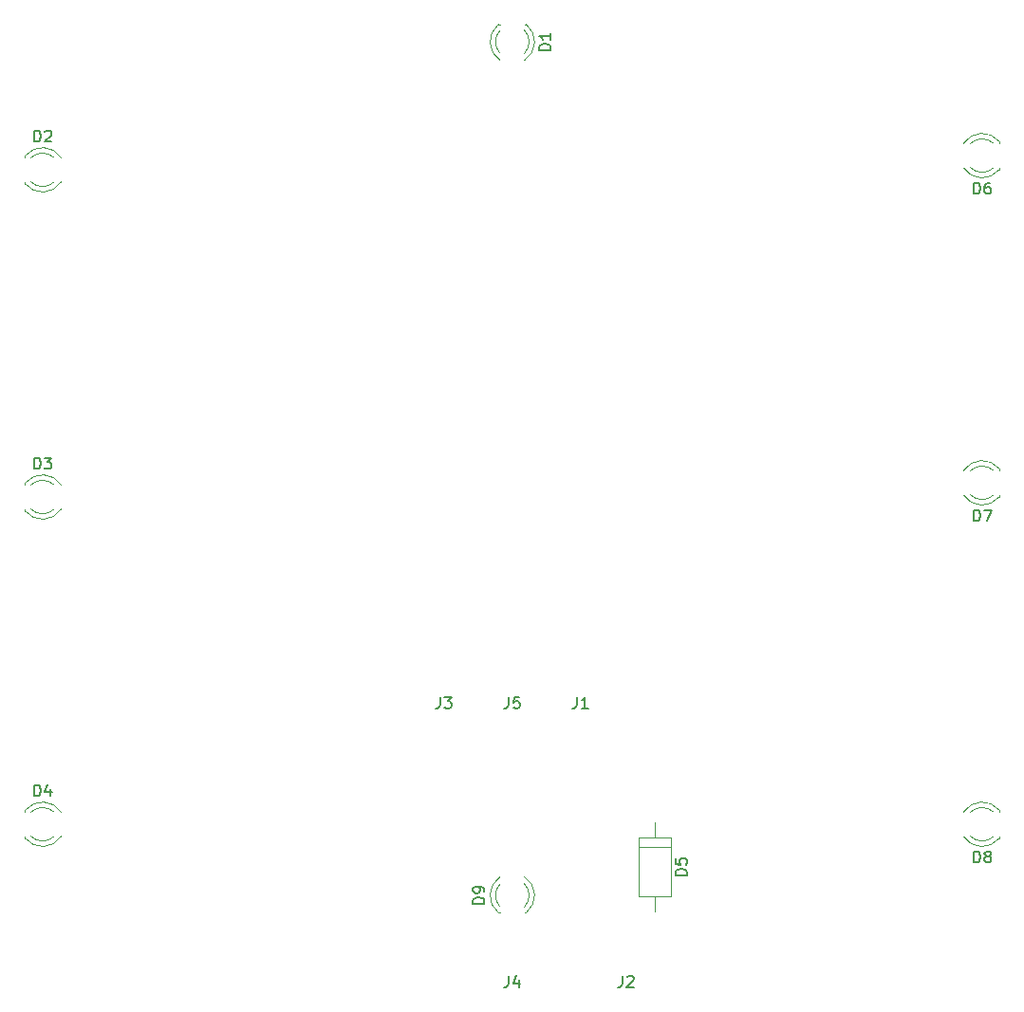
<source format=gbr>
G04 #@! TF.FileFunction,Legend,Top*
%FSLAX46Y46*%
G04 Gerber Fmt 4.6, Leading zero omitted, Abs format (unit mm)*
G04 Created by KiCad (PCBNEW 4.0.7) date 02/19/18 20:18:52*
%MOMM*%
%LPD*%
G01*
G04 APERTURE LIST*
%ADD10C,0.100000*%
%ADD11C,0.120000*%
%ADD12C,0.150000*%
G04 APERTURE END LIST*
D10*
D11*
X152208608Y-50948335D02*
G75*
G03X152365516Y-47716000I-1078608J1672335D01*
G01*
X150051392Y-50948335D02*
G75*
G02X149894484Y-47716000I1078608J1672335D01*
G01*
X152209837Y-50317130D02*
G75*
G03X152210000Y-48235039I-1079837J1041130D01*
G01*
X150050163Y-50317130D02*
G75*
G02X150050000Y-48235039I1079837J1041130D01*
G01*
X152366000Y-47716000D02*
X152210000Y-47716000D01*
X150050000Y-47716000D02*
X149894000Y-47716000D01*
X110892335Y-59627392D02*
G75*
G03X107660000Y-59470484I-1672335J-1078608D01*
G01*
X110892335Y-61784608D02*
G75*
G02X107660000Y-61941516I-1672335J1078608D01*
G01*
X110261130Y-59626163D02*
G75*
G03X108179039Y-59626000I-1041130J-1079837D01*
G01*
X110261130Y-61785837D02*
G75*
G02X108179039Y-61786000I-1041130J1079837D01*
G01*
X107660000Y-59470000D02*
X107660000Y-59626000D01*
X107660000Y-61786000D02*
X107660000Y-61942000D01*
X110892335Y-88837392D02*
G75*
G03X107660000Y-88680484I-1672335J-1078608D01*
G01*
X110892335Y-90994608D02*
G75*
G02X107660000Y-91151516I-1672335J1078608D01*
G01*
X110261130Y-88836163D02*
G75*
G03X108179039Y-88836000I-1041130J-1079837D01*
G01*
X110261130Y-90995837D02*
G75*
G02X108179039Y-90996000I-1041130J1079837D01*
G01*
X107660000Y-88680000D02*
X107660000Y-88836000D01*
X107660000Y-90996000D02*
X107660000Y-91152000D01*
X110892335Y-118047392D02*
G75*
G03X107660000Y-117890484I-1672335J-1078608D01*
G01*
X110892335Y-120204608D02*
G75*
G02X107660000Y-120361516I-1672335J1078608D01*
G01*
X110261130Y-118046163D02*
G75*
G03X108179039Y-118046000I-1041130J-1079837D01*
G01*
X110261130Y-120205837D02*
G75*
G02X108179039Y-120206000I-1041130J1079837D01*
G01*
X107660000Y-117890000D02*
X107660000Y-118046000D01*
X107660000Y-120206000D02*
X107660000Y-120362000D01*
X165240000Y-120276000D02*
X162420000Y-120276000D01*
X162420000Y-120276000D02*
X162420000Y-125596000D01*
X162420000Y-125596000D02*
X165240000Y-125596000D01*
X165240000Y-125596000D02*
X165240000Y-120276000D01*
X163830000Y-118936000D02*
X163830000Y-120276000D01*
X163830000Y-126936000D02*
X163830000Y-125596000D01*
X165240000Y-121116000D02*
X162420000Y-121116000D01*
X191367665Y-60514608D02*
G75*
G03X194600000Y-60671516I1672335J1078608D01*
G01*
X191367665Y-58357392D02*
G75*
G02X194600000Y-58200484I1672335J-1078608D01*
G01*
X191998870Y-60515837D02*
G75*
G03X194080961Y-60516000I1041130J1079837D01*
G01*
X191998870Y-58356163D02*
G75*
G02X194080961Y-58356000I1041130J-1079837D01*
G01*
X194600000Y-60672000D02*
X194600000Y-60516000D01*
X194600000Y-58356000D02*
X194600000Y-58200000D01*
X191367665Y-89724608D02*
G75*
G03X194600000Y-89881516I1672335J1078608D01*
G01*
X191367665Y-87567392D02*
G75*
G02X194600000Y-87410484I1672335J-1078608D01*
G01*
X191998870Y-89725837D02*
G75*
G03X194080961Y-89726000I1041130J1079837D01*
G01*
X191998870Y-87566163D02*
G75*
G02X194080961Y-87566000I1041130J-1079837D01*
G01*
X194600000Y-89882000D02*
X194600000Y-89726000D01*
X194600000Y-87566000D02*
X194600000Y-87410000D01*
X191367665Y-120204608D02*
G75*
G03X194600000Y-120361516I1672335J1078608D01*
G01*
X191367665Y-118047392D02*
G75*
G02X194600000Y-117890484I1672335J-1078608D01*
G01*
X191998870Y-120205837D02*
G75*
G03X194080961Y-120206000I1041130J1079837D01*
G01*
X191998870Y-118046163D02*
G75*
G02X194080961Y-118046000I1041130J-1079837D01*
G01*
X194600000Y-120362000D02*
X194600000Y-120206000D01*
X194600000Y-118046000D02*
X194600000Y-117890000D01*
X150051392Y-123803665D02*
G75*
G03X149894484Y-127036000I1078608J-1672335D01*
G01*
X152208608Y-123803665D02*
G75*
G02X152365516Y-127036000I-1078608J-1672335D01*
G01*
X150050163Y-124434870D02*
G75*
G03X150050000Y-126516961I1079837J-1041130D01*
G01*
X152209837Y-124434870D02*
G75*
G02X152210000Y-126516961I-1079837J-1041130D01*
G01*
X149894000Y-127036000D02*
X150050000Y-127036000D01*
X152210000Y-127036000D02*
X152366000Y-127036000D01*
D12*
X154542381Y-50014095D02*
X153542381Y-50014095D01*
X153542381Y-49776000D01*
X153590000Y-49633142D01*
X153685238Y-49537904D01*
X153780476Y-49490285D01*
X153970952Y-49442666D01*
X154113810Y-49442666D01*
X154304286Y-49490285D01*
X154399524Y-49537904D01*
X154494762Y-49633142D01*
X154542381Y-49776000D01*
X154542381Y-50014095D01*
X154542381Y-48490285D02*
X154542381Y-49061714D01*
X154542381Y-48776000D02*
X153542381Y-48776000D01*
X153685238Y-48871238D01*
X153780476Y-48966476D01*
X153828095Y-49061714D01*
X108481905Y-58198381D02*
X108481905Y-57198381D01*
X108720000Y-57198381D01*
X108862858Y-57246000D01*
X108958096Y-57341238D01*
X109005715Y-57436476D01*
X109053334Y-57626952D01*
X109053334Y-57769810D01*
X109005715Y-57960286D01*
X108958096Y-58055524D01*
X108862858Y-58150762D01*
X108720000Y-58198381D01*
X108481905Y-58198381D01*
X109434286Y-57293619D02*
X109481905Y-57246000D01*
X109577143Y-57198381D01*
X109815239Y-57198381D01*
X109910477Y-57246000D01*
X109958096Y-57293619D01*
X110005715Y-57388857D01*
X110005715Y-57484095D01*
X109958096Y-57626952D01*
X109386667Y-58198381D01*
X110005715Y-58198381D01*
X108481905Y-87408381D02*
X108481905Y-86408381D01*
X108720000Y-86408381D01*
X108862858Y-86456000D01*
X108958096Y-86551238D01*
X109005715Y-86646476D01*
X109053334Y-86836952D01*
X109053334Y-86979810D01*
X109005715Y-87170286D01*
X108958096Y-87265524D01*
X108862858Y-87360762D01*
X108720000Y-87408381D01*
X108481905Y-87408381D01*
X109386667Y-86408381D02*
X110005715Y-86408381D01*
X109672381Y-86789333D01*
X109815239Y-86789333D01*
X109910477Y-86836952D01*
X109958096Y-86884571D01*
X110005715Y-86979810D01*
X110005715Y-87217905D01*
X109958096Y-87313143D01*
X109910477Y-87360762D01*
X109815239Y-87408381D01*
X109529524Y-87408381D01*
X109434286Y-87360762D01*
X109386667Y-87313143D01*
X108481905Y-116618381D02*
X108481905Y-115618381D01*
X108720000Y-115618381D01*
X108862858Y-115666000D01*
X108958096Y-115761238D01*
X109005715Y-115856476D01*
X109053334Y-116046952D01*
X109053334Y-116189810D01*
X109005715Y-116380286D01*
X108958096Y-116475524D01*
X108862858Y-116570762D01*
X108720000Y-116618381D01*
X108481905Y-116618381D01*
X109910477Y-115951714D02*
X109910477Y-116618381D01*
X109672381Y-115570762D02*
X109434286Y-116285048D01*
X110053334Y-116285048D01*
X166692381Y-123674095D02*
X165692381Y-123674095D01*
X165692381Y-123436000D01*
X165740000Y-123293142D01*
X165835238Y-123197904D01*
X165930476Y-123150285D01*
X166120952Y-123102666D01*
X166263810Y-123102666D01*
X166454286Y-123150285D01*
X166549524Y-123197904D01*
X166644762Y-123293142D01*
X166692381Y-123436000D01*
X166692381Y-123674095D01*
X165692381Y-122197904D02*
X165692381Y-122674095D01*
X166168571Y-122721714D01*
X166120952Y-122674095D01*
X166073333Y-122578857D01*
X166073333Y-122340761D01*
X166120952Y-122245523D01*
X166168571Y-122197904D01*
X166263810Y-122150285D01*
X166501905Y-122150285D01*
X166597143Y-122197904D01*
X166644762Y-122245523D01*
X166692381Y-122340761D01*
X166692381Y-122578857D01*
X166644762Y-122674095D01*
X166597143Y-122721714D01*
X192301905Y-62848381D02*
X192301905Y-61848381D01*
X192540000Y-61848381D01*
X192682858Y-61896000D01*
X192778096Y-61991238D01*
X192825715Y-62086476D01*
X192873334Y-62276952D01*
X192873334Y-62419810D01*
X192825715Y-62610286D01*
X192778096Y-62705524D01*
X192682858Y-62800762D01*
X192540000Y-62848381D01*
X192301905Y-62848381D01*
X193730477Y-61848381D02*
X193540000Y-61848381D01*
X193444762Y-61896000D01*
X193397143Y-61943619D01*
X193301905Y-62086476D01*
X193254286Y-62276952D01*
X193254286Y-62657905D01*
X193301905Y-62753143D01*
X193349524Y-62800762D01*
X193444762Y-62848381D01*
X193635239Y-62848381D01*
X193730477Y-62800762D01*
X193778096Y-62753143D01*
X193825715Y-62657905D01*
X193825715Y-62419810D01*
X193778096Y-62324571D01*
X193730477Y-62276952D01*
X193635239Y-62229333D01*
X193444762Y-62229333D01*
X193349524Y-62276952D01*
X193301905Y-62324571D01*
X193254286Y-62419810D01*
X192301905Y-92058381D02*
X192301905Y-91058381D01*
X192540000Y-91058381D01*
X192682858Y-91106000D01*
X192778096Y-91201238D01*
X192825715Y-91296476D01*
X192873334Y-91486952D01*
X192873334Y-91629810D01*
X192825715Y-91820286D01*
X192778096Y-91915524D01*
X192682858Y-92010762D01*
X192540000Y-92058381D01*
X192301905Y-92058381D01*
X193206667Y-91058381D02*
X193873334Y-91058381D01*
X193444762Y-92058381D01*
X192301905Y-122538381D02*
X192301905Y-121538381D01*
X192540000Y-121538381D01*
X192682858Y-121586000D01*
X192778096Y-121681238D01*
X192825715Y-121776476D01*
X192873334Y-121966952D01*
X192873334Y-122109810D01*
X192825715Y-122300286D01*
X192778096Y-122395524D01*
X192682858Y-122490762D01*
X192540000Y-122538381D01*
X192301905Y-122538381D01*
X193444762Y-121966952D02*
X193349524Y-121919333D01*
X193301905Y-121871714D01*
X193254286Y-121776476D01*
X193254286Y-121728857D01*
X193301905Y-121633619D01*
X193349524Y-121586000D01*
X193444762Y-121538381D01*
X193635239Y-121538381D01*
X193730477Y-121586000D01*
X193778096Y-121633619D01*
X193825715Y-121728857D01*
X193825715Y-121776476D01*
X193778096Y-121871714D01*
X193730477Y-121919333D01*
X193635239Y-121966952D01*
X193444762Y-121966952D01*
X193349524Y-122014571D01*
X193301905Y-122062190D01*
X193254286Y-122157429D01*
X193254286Y-122347905D01*
X193301905Y-122443143D01*
X193349524Y-122490762D01*
X193444762Y-122538381D01*
X193635239Y-122538381D01*
X193730477Y-122490762D01*
X193778096Y-122443143D01*
X193825715Y-122347905D01*
X193825715Y-122157429D01*
X193778096Y-122062190D01*
X193730477Y-122014571D01*
X193635239Y-121966952D01*
X148622381Y-126214095D02*
X147622381Y-126214095D01*
X147622381Y-125976000D01*
X147670000Y-125833142D01*
X147765238Y-125737904D01*
X147860476Y-125690285D01*
X148050952Y-125642666D01*
X148193810Y-125642666D01*
X148384286Y-125690285D01*
X148479524Y-125737904D01*
X148574762Y-125833142D01*
X148622381Y-125976000D01*
X148622381Y-126214095D01*
X148622381Y-125166476D02*
X148622381Y-124976000D01*
X148574762Y-124880761D01*
X148527143Y-124833142D01*
X148384286Y-124737904D01*
X148193810Y-124690285D01*
X147812857Y-124690285D01*
X147717619Y-124737904D01*
X147670000Y-124785523D01*
X147622381Y-124880761D01*
X147622381Y-125071238D01*
X147670000Y-125166476D01*
X147717619Y-125214095D01*
X147812857Y-125261714D01*
X148050952Y-125261714D01*
X148146190Y-125214095D01*
X148193810Y-125166476D01*
X148241429Y-125071238D01*
X148241429Y-124880761D01*
X148193810Y-124785523D01*
X148146190Y-124737904D01*
X148050952Y-124690285D01*
X156892667Y-107766381D02*
X156892667Y-108480667D01*
X156845047Y-108623524D01*
X156749809Y-108718762D01*
X156606952Y-108766381D01*
X156511714Y-108766381D01*
X157892667Y-108766381D02*
X157321238Y-108766381D01*
X157606952Y-108766381D02*
X157606952Y-107766381D01*
X157511714Y-107909238D01*
X157416476Y-108004476D01*
X157321238Y-108052095D01*
X160956667Y-132658381D02*
X160956667Y-133372667D01*
X160909047Y-133515524D01*
X160813809Y-133610762D01*
X160670952Y-133658381D01*
X160575714Y-133658381D01*
X161385238Y-132753619D02*
X161432857Y-132706000D01*
X161528095Y-132658381D01*
X161766191Y-132658381D01*
X161861429Y-132706000D01*
X161909048Y-132753619D01*
X161956667Y-132848857D01*
X161956667Y-132944095D01*
X161909048Y-133086952D01*
X161337619Y-133658381D01*
X161956667Y-133658381D01*
X144700667Y-107766381D02*
X144700667Y-108480667D01*
X144653047Y-108623524D01*
X144557809Y-108718762D01*
X144414952Y-108766381D01*
X144319714Y-108766381D01*
X145081619Y-107766381D02*
X145700667Y-107766381D01*
X145367333Y-108147333D01*
X145510191Y-108147333D01*
X145605429Y-108194952D01*
X145653048Y-108242571D01*
X145700667Y-108337810D01*
X145700667Y-108575905D01*
X145653048Y-108671143D01*
X145605429Y-108718762D01*
X145510191Y-108766381D01*
X145224476Y-108766381D01*
X145129238Y-108718762D01*
X145081619Y-108671143D01*
X150796667Y-132658381D02*
X150796667Y-133372667D01*
X150749047Y-133515524D01*
X150653809Y-133610762D01*
X150510952Y-133658381D01*
X150415714Y-133658381D01*
X151701429Y-132991714D02*
X151701429Y-133658381D01*
X151463333Y-132610762D02*
X151225238Y-133325048D01*
X151844286Y-133325048D01*
X150796667Y-107766381D02*
X150796667Y-108480667D01*
X150749047Y-108623524D01*
X150653809Y-108718762D01*
X150510952Y-108766381D01*
X150415714Y-108766381D01*
X151749048Y-107766381D02*
X151272857Y-107766381D01*
X151225238Y-108242571D01*
X151272857Y-108194952D01*
X151368095Y-108147333D01*
X151606191Y-108147333D01*
X151701429Y-108194952D01*
X151749048Y-108242571D01*
X151796667Y-108337810D01*
X151796667Y-108575905D01*
X151749048Y-108671143D01*
X151701429Y-108718762D01*
X151606191Y-108766381D01*
X151368095Y-108766381D01*
X151272857Y-108718762D01*
X151225238Y-108671143D01*
M02*

</source>
